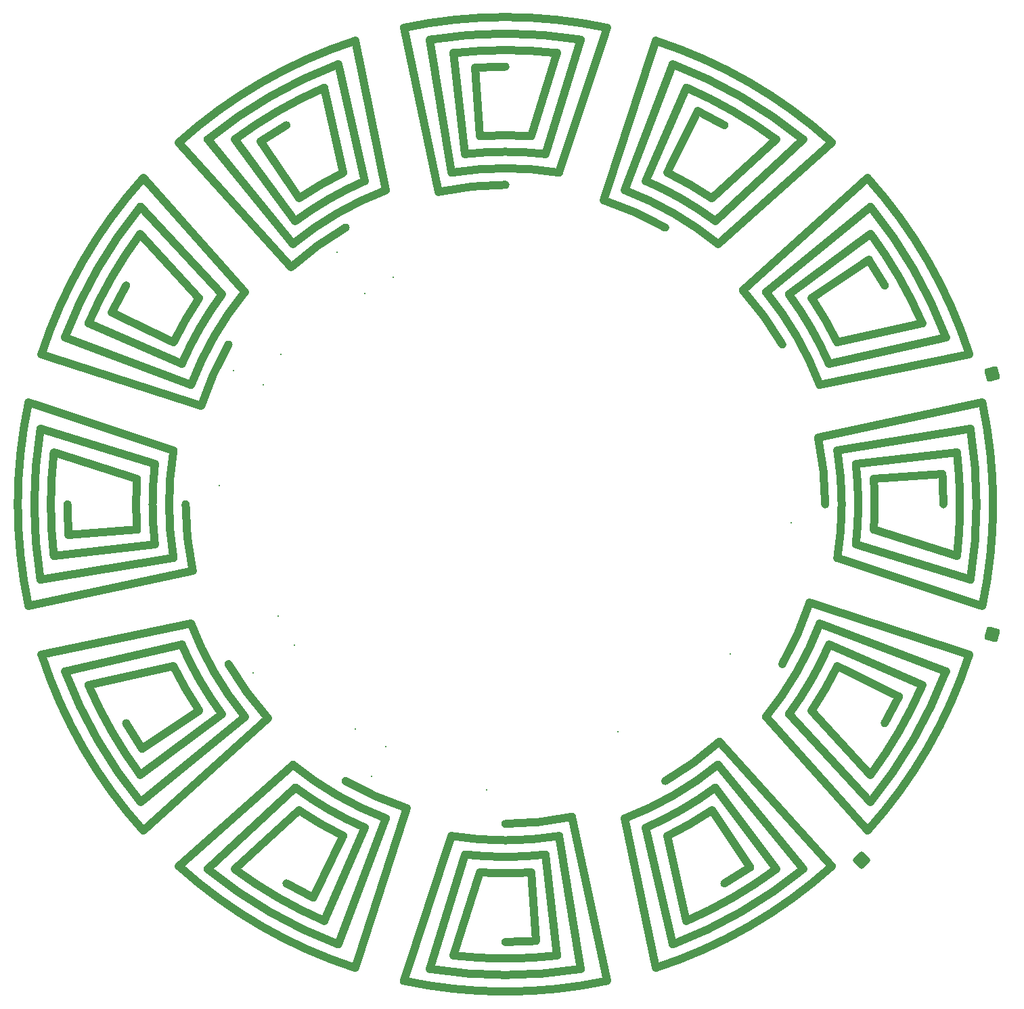
<source format=gbr>
%TF.GenerationSoftware,KiCad,Pcbnew,7.99.0-3356-g00904e8e23*%
%TF.CreationDate,2023-10-26T14:27:13+05:30*%
%TF.ProjectId,kimotor-project,6b696d6f-746f-4722-9d70-726f6a656374,rev?*%
%TF.SameCoordinates,Original*%
%TF.FileFunction,Copper,L4,Inr*%
%TF.FilePolarity,Positive*%
%FSLAX46Y46*%
G04 Gerber Fmt 4.6, Leading zero omitted, Abs format (unit mm)*
G04 Created by KiCad (PCBNEW 7.99.0-3356-g00904e8e23) date 2023-10-26 14:27:13*
%MOMM*%
%LPD*%
G01*
G04 APERTURE LIST*
G04 Aperture macros list*
%AMRoundRect*
0 Rectangle with rounded corners*
0 $1 Rounding radius*
0 $2 $3 $4 $5 $6 $7 $8 $9 X,Y pos of 4 corners*
0 Add a 4 corners polygon primitive as box body*
4,1,4,$2,$3,$4,$5,$6,$7,$8,$9,$2,$3,0*
0 Add four circle primitives for the rounded corners*
1,1,$1+$1,$2,$3*
1,1,$1+$1,$4,$5*
1,1,$1+$1,$6,$7*
1,1,$1+$1,$8,$9*
0 Add four rect primitives between the rounded corners*
20,1,$1+$1,$2,$3,$4,$5,0*
20,1,$1+$1,$4,$5,$6,$7,0*
20,1,$1+$1,$6,$7,$8,$9,0*
20,1,$1+$1,$8,$9,$2,$3,0*%
G04 Aperture macros list end*
%TA.AperFunction,ComponentPad*%
%ADD10RoundRect,0.250000X-0.734847X-0.424264X0.424264X-0.734847X0.734847X0.424264X-0.424264X0.734847X0*%
%TD*%
%TA.AperFunction,ComponentPad*%
%ADD11RoundRect,0.250000X-0.848528X0.000000X0.000000X-0.848528X0.848528X0.000000X0.000000X0.848528X0*%
%TD*%
%TA.AperFunction,ComponentPad*%
%ADD12RoundRect,0.250000X-0.424264X-0.734847X0.734847X-0.424264X0.424264X0.734847X-0.734847X0.424264X0*%
%TD*%
%TA.AperFunction,ViaPad*%
%ADD13C,0.250000*%
%TD*%
%TA.AperFunction,Conductor*%
%ADD14C,1.034000*%
%TD*%
G04 APERTURE END LIST*
D10*
%TO.N,coil*%
%TO.C,T2*%
X60853327Y-16305599D03*
%TD*%
D11*
%TO.N,coil*%
%TO.C,T3*%
X44547727Y-44547727D03*
%TD*%
%TO.N,coil*%
%TO.C,T3*%
X44547727Y-44547727D03*
%TD*%
D12*
%TO.N,coil*%
%TO.C,T1*%
X60853327Y16305599D03*
%TD*%
D10*
%TO.N,coil*%
%TO.C,T2*%
X60853327Y-16305599D03*
%TD*%
D12*
%TO.N,coil*%
%TO.C,T1*%
X60853327Y16305599D03*
%TD*%
D13*
%TO.N,coil*%
X-2345617Y-35787212D03*
X-16776894Y-34020176D03*
X-34020176Y16776894D03*
X-14947588Y-30310711D03*
X35787212Y-2345617D03*
X-18776051Y-28100347D03*
X-14947588Y-30310711D03*
X-21073890Y31539305D03*
X-30310711Y14947588D03*
X-26380867Y-17627132D03*
X-30310711Y14947588D03*
X-21073890Y31539305D03*
X-14032935Y28455978D03*
X-2345617Y-35787212D03*
X14032935Y-28455978D03*
X-35787212Y2345617D03*
X-17627132Y26380867D03*
X-17627132Y26380867D03*
X-28100347Y18776051D03*
X-18776051Y-28100347D03*
X-31539305Y-21073890D03*
X-35787212Y2345617D03*
X-14032935Y28455978D03*
X28100347Y-18776051D03*
X-16776894Y-34020176D03*
X-28100347Y18776051D03*
X-28455978Y-14032935D03*
X14032935Y-28455978D03*
X-34020176Y16776894D03*
X28100347Y-18776051D03*
X-28455978Y-14032935D03*
X-26380867Y-17627132D03*
X35787212Y-2345617D03*
X-31539305Y-21073890D03*
X-47454728Y27397999D03*
X-47454728Y-27398000D03*
X27397999Y47454728D03*
X-27397999Y-47454728D03*
X-54796000Y0D03*
X-27397999Y-47454728D03*
X-54796000Y0D03*
X47454728Y-27397999D03*
X0Y-54796000D03*
X0Y-54796000D03*
X-47454728Y27397999D03*
X47454728Y-27397999D03*
X54796000Y0D03*
X0Y54796000D03*
X-47454728Y-27398000D03*
X47454728Y-27397999D03*
X-27398000Y47454728D03*
X27397999Y47454728D03*
X0Y54796000D03*
X27398000Y-47454728D03*
X54796000Y0D03*
X0Y-54796000D03*
X54796000Y0D03*
X-54796000Y0D03*
X47454728Y27398000D03*
X0Y54796000D03*
X-27398000Y47454728D03*
X-27398000Y47454728D03*
X27398000Y-47454728D03*
X-27397999Y-47454728D03*
X47454728Y27398000D03*
X27397999Y47454728D03*
X-47454728Y27397999D03*
X47454728Y27398000D03*
X-47454728Y-27398000D03*
X27398000Y-47454728D03*
X-34641016Y-20000000D03*
X40000000Y0D03*
X-40000000Y0D03*
X-19999999Y-34641016D03*
X0Y-40000000D03*
X-34641016Y-20000000D03*
X19999999Y34641016D03*
X0Y-40000000D03*
X-34641016Y19999999D03*
X34641016Y-19999999D03*
X0Y40000000D03*
X-34641016Y19999999D03*
X-20000000Y34641016D03*
X-34641016Y19999999D03*
X20000000Y-34641016D03*
X-19999999Y-34641016D03*
X34641016Y-19999999D03*
X19999999Y34641016D03*
X34641016Y-19999999D03*
X40000000Y0D03*
X34641016Y20000000D03*
X0Y40000000D03*
X34641016Y20000000D03*
X40000000Y0D03*
X19999999Y34641016D03*
X-20000000Y34641016D03*
X20000000Y-34641016D03*
X-40000000Y0D03*
X-34641016Y-20000000D03*
X-40000000Y0D03*
X0Y-40000000D03*
X34641016Y20000000D03*
X0Y40000000D03*
X-20000000Y34641016D03*
X20000000Y-34641016D03*
X-19999999Y-34641016D03*
%TD*%
D14*
%TO.N,coil*%
X45656819Y-37261715D02*
X35463812Y-26273645D01*
X40845826Y45305832D02*
X26598890Y32591649D01*
X58170823Y-9441181D02*
X43849385Y-5021738D01*
X56494731Y-6469914D02*
X46093248Y-3197193D01*
X35463812Y26273645D02*
X45690915Y33850475D01*
X-26273645Y35463812D02*
X-33850475Y45690915D01*
X-32591649Y-26598890D02*
X-45656819Y-37261715D01*
X-40485551Y17575739D02*
X-52160829Y22644255D01*
X37261715Y45656819D02*
X26273645Y35463812D01*
X38050124Y-12336451D02*
X58026439Y-18813088D01*
X59658915Y-12720607D02*
X41524642Y-6739490D01*
X-56494731Y6469914D02*
X-46093248Y3197193D01*
X-35463812Y-26273645D02*
X-45690915Y-33850475D01*
X-26598890Y32591649D02*
X-37261715Y45656819D01*
X-39331140Y14925751D02*
X-55098001Y20909108D01*
X-20909108Y55098001D02*
X-17575739Y40485551D01*
X-29708742Y-26784148D02*
X-45305832Y-40845826D01*
X58026439Y18813088D02*
X39331140Y14925751D01*
X-39120600Y-8341382D02*
X-59658915Y-12720607D01*
X41516521Y-20277773D02*
X49236847Y-24048585D01*
X58026439Y18813088D02*
X39331140Y14925751D01*
X20909108Y-55098001D02*
X17575739Y-40485551D01*
X58170823Y-9441181D02*
X43849385Y-5021738D01*
X-43849385Y-5021738D02*
X-56494731Y-6469914D01*
X46093248Y3197193D02*
X54664653Y3791737D01*
X32591649Y26598890D02*
X45656819Y37261715D01*
X18813088Y-58026439D02*
X14925751Y-39331140D01*
X58026439Y18813088D02*
X39331140Y14925751D01*
X8341382Y-39120600D02*
X12720607Y-59658915D01*
X-26598890Y32591649D02*
X-37261715Y45656819D01*
X-25815475Y38319327D02*
X-30616067Y45445109D01*
X-41524642Y-6739490D02*
X-58170823Y-9441181D01*
X-58170823Y9441181D02*
X-43849385Y5021738D01*
X6469914Y56494731D02*
X3197193Y46093248D01*
X40485551Y-17575739D02*
X52160829Y-22644255D01*
X-25815475Y38319327D02*
X-30616067Y45445109D01*
X6739490Y-41524642D02*
X9441181Y-58170823D01*
X-12336451Y-38050124D02*
X-18813088Y-58026439D01*
X-12720607Y-59658915D02*
X-6739490Y-41524642D01*
X33850475Y45690915D02*
X25815475Y38319327D01*
X-41524642Y-6739490D02*
X-58170823Y-9441181D01*
X-6469914Y-56494731D02*
X-3197193Y-46093248D01*
X22644255Y-52160829D02*
X20277773Y-41516521D01*
X-18813088Y58026439D02*
X-14925751Y39331140D01*
X-12720607Y-59658915D02*
X-6739490Y-41524642D01*
X-20909108Y55098001D02*
X-17575739Y40485551D01*
X29708742Y26784148D02*
X45305832Y40845826D01*
X14925751Y39331140D02*
X20909108Y55098001D01*
X-58026439Y-18813088D02*
X-39331140Y-14925751D01*
X-40845826Y-45305832D02*
X-26598890Y-32591649D01*
X29708742Y26784148D02*
X45305832Y40845826D01*
X38319327Y25815475D02*
X45445109Y30616067D01*
X-59658915Y12720607D02*
X-41524642Y6739490D01*
X-33850475Y-45690915D02*
X-25815475Y-38319327D01*
X-6739490Y41524642D02*
X-9441181Y58170823D01*
X-55098001Y-20909108D02*
X-40485551Y-17575739D01*
X-37261715Y-45656819D02*
X-26273645Y-35463812D01*
X-37261715Y-45656819D02*
X-26273645Y-35463812D01*
X-32591649Y-26598890D02*
X-45656819Y-37261715D01*
X-46093248Y-3197193D02*
X-54664653Y-3791737D01*
X-33850475Y-45690915D02*
X-25815475Y-38319327D01*
X-29708742Y-26784148D02*
X-45305832Y-40845826D01*
X52160829Y22644255D02*
X41516521Y20277773D01*
X-38050124Y12336451D02*
X-58026439Y18813088D01*
X-26273645Y35463812D02*
X-33850475Y45690915D01*
X41524642Y6739490D02*
X58170823Y9441181D01*
X17575739Y40485551D02*
X22644255Y52160829D01*
X-45656819Y37261715D02*
X-35463812Y26273645D01*
X6469914Y56494731D02*
X3197193Y46093248D01*
X-59658915Y12720607D02*
X-41524642Y6739490D01*
X-25815475Y38319327D02*
X-30616067Y45445109D01*
X-37261715Y-45656819D02*
X-26273645Y-35463812D01*
X20909108Y-55098001D02*
X17575739Y-40485551D01*
X59658915Y-12720607D02*
X41524642Y-6739490D01*
X-26273645Y35463812D02*
X-33850475Y45690915D01*
X52160829Y22644255D02*
X41516521Y20277773D01*
X3197193Y-46093248D02*
X3791737Y-54664653D01*
X-20277773Y-41516521D02*
X-24048585Y-49236847D01*
X5021738Y-43849385D02*
X6469914Y-56494731D01*
X-18813088Y58026439D02*
X-14925751Y39331140D01*
X-12720607Y-59658915D02*
X-6739490Y-41524642D01*
X-59658915Y12720607D02*
X-41524642Y6739490D01*
X14925751Y39331140D02*
X20909108Y55098001D01*
X-55098001Y-20909108D02*
X-40485551Y-17575739D01*
X-14925751Y-39331140D02*
X-20909108Y-55098001D01*
X40845826Y45305832D02*
X26598890Y32591649D01*
X-26784148Y29708742D02*
X-40845826Y45305832D01*
X-12336451Y-38050124D02*
X-18813088Y-58026439D01*
X5021738Y-43849385D02*
X6469914Y-56494731D01*
X45305832Y-40845826D02*
X32591649Y-26598890D01*
X45690915Y-33850475D02*
X38319327Y-25815475D01*
X-45690915Y33850475D02*
X-38319327Y25815475D01*
X-26784148Y29708742D02*
X-40845826Y45305832D01*
X43849385Y5021738D02*
X56494731Y6469914D01*
X40485551Y-17575739D02*
X52160829Y-22644255D01*
X-26784148Y29708742D02*
X-40845826Y45305832D01*
X-45305832Y40845826D02*
X-32591649Y26598890D01*
X-8341382Y39120600D02*
X-12720607Y59658915D01*
X-14925751Y-39331140D02*
X-20909108Y-55098001D01*
X12720607Y59658915D02*
X6739490Y41524642D01*
X-35463812Y-26273645D02*
X-45690915Y-33850475D01*
X38050124Y-12336451D02*
X58026439Y-18813088D01*
X-20909108Y55098001D02*
X-17575739Y40485551D01*
X-45305832Y40845826D02*
X-32591649Y26598890D01*
X41516521Y-20277773D02*
X49236847Y-24048585D01*
X52160829Y22644255D02*
X41516521Y20277773D01*
X43849385Y5021738D02*
X56494731Y6469914D01*
X39331140Y-14925751D02*
X55098001Y-20909108D01*
X35463812Y26273645D02*
X45690915Y33850475D01*
X37261715Y45656819D02*
X26273645Y35463812D01*
X46093248Y3197193D02*
X54664653Y3791737D01*
X37261715Y45656819D02*
X26273645Y35463812D01*
X-29708742Y-26784148D02*
X-45305832Y-40845826D01*
X12720607Y59658915D02*
X6739490Y41524642D01*
X17575739Y40485551D02*
X22644255Y52160829D01*
X6469914Y56494731D02*
X3197193Y46093248D01*
X-18813088Y58026439D02*
X-14925751Y39331140D01*
X29708742Y26784148D02*
X45305832Y40845826D01*
X39120600Y8341382D02*
X59658915Y12720607D01*
X-6739490Y41524642D02*
X-9441181Y58170823D01*
X25815475Y-38319327D02*
X30616067Y-45445109D01*
X26273645Y-35463812D02*
X33850475Y-45690915D01*
X-12336451Y-38050124D02*
X-18813088Y-58026439D01*
X-40485551Y17575739D02*
X-52160829Y22644255D01*
X-6469914Y-56494731D02*
X-3197193Y-46093248D01*
X26273645Y-35463812D02*
X33850475Y-45690915D01*
X45656819Y-37261715D02*
X35463812Y-26273645D01*
X-5021738Y43849385D02*
X-6469914Y56494731D01*
X46093248Y3197193D02*
X54664653Y3791737D01*
X-52160829Y-22644255D02*
X-41516521Y-20277773D01*
X-58170823Y9441181D02*
X-43849385Y5021738D01*
X-17575739Y-40485551D02*
X-22644255Y-52160829D01*
X-6739490Y41524642D02*
X-9441181Y58170823D01*
X17575739Y40485551D02*
X22644255Y52160829D01*
X-22644255Y52160829D02*
X-20277773Y41516521D01*
X38319327Y25815475D02*
X45445109Y30616067D01*
X-35463812Y-26273645D02*
X-45690915Y-33850475D01*
X-40845826Y-45305832D02*
X-26598890Y-32591649D01*
X32591649Y26598890D02*
X45656819Y37261715D01*
X9441181Y58170823D02*
X5021738Y43849385D01*
X-56494731Y6469914D02*
X-46093248Y3197193D01*
X26598890Y-32591649D02*
X37261715Y-45656819D01*
X9441181Y58170823D02*
X5021738Y43849385D01*
X39120600Y8341382D02*
X59658915Y12720607D01*
X-32591649Y-26598890D02*
X-45656819Y-37261715D01*
X-14925751Y-39331140D02*
X-20909108Y-55098001D01*
X38050124Y-12336451D02*
X58026439Y-18813088D01*
X-43849385Y-5021738D02*
X-56494731Y-6469914D01*
X20909108Y-55098001D02*
X17575739Y-40485551D01*
X-3197193Y46093248D02*
X-3791737Y54664653D01*
X-39120600Y-8341382D02*
X-59658915Y-12720607D01*
X-39331140Y14925751D02*
X-55098001Y20909108D01*
X-55098001Y-20909108D02*
X-40485551Y-17575739D01*
X-56494731Y6469914D02*
X-46093248Y3197193D01*
X55098001Y20909108D02*
X40485551Y17575739D01*
X-45656819Y37261715D02*
X-35463812Y26273645D01*
X8341382Y-39120600D02*
X12720607Y-59658915D01*
X38319327Y25815475D02*
X45445109Y30616067D01*
X45690915Y-33850475D02*
X38319327Y-25815475D01*
X25815475Y-38319327D02*
X30616067Y-45445109D01*
X45656819Y-37261715D02*
X35463812Y-26273645D01*
X18813088Y-58026439D02*
X14925751Y-39331140D01*
X8341382Y-39120600D02*
X12720607Y-59658915D01*
X-39120600Y-8341382D02*
X-59658915Y-12720607D01*
X-6469914Y-56494731D02*
X-3197193Y-46093248D01*
X-58026439Y-18813088D02*
X-39331140Y-14925751D01*
X41524642Y6739490D02*
X58170823Y9441181D01*
X39331140Y-14925751D02*
X55098001Y-20909108D01*
X22644255Y-52160829D02*
X20277773Y-41516521D01*
X5021738Y-43849385D02*
X6469914Y-56494731D01*
X45305832Y-40845826D02*
X32591649Y-26598890D01*
X-58170823Y9441181D02*
X-43849385Y5021738D01*
X-20277773Y-41516521D02*
X-24048585Y-49236847D01*
X35463812Y26273645D02*
X45690915Y33850475D01*
X25815475Y-38319327D02*
X30616067Y-45445109D01*
X-38319327Y-25815475D02*
X-45445109Y-30616067D01*
X-40485551Y17575739D02*
X-52160829Y22644255D01*
X-5021738Y43849385D02*
X-6469914Y56494731D01*
X-39331140Y14925751D02*
X-55098001Y20909108D01*
X-20277773Y-41516521D02*
X-24048585Y-49236847D01*
X-5021738Y43849385D02*
X-6469914Y56494731D01*
X58170823Y-9441181D02*
X43849385Y-5021738D01*
X-41516521Y20277773D02*
X-49236847Y24048585D01*
X-17575739Y-40485551D02*
X-22644255Y-52160829D01*
X-3197193Y46093248D02*
X-3791737Y54664653D01*
X39120600Y8341382D02*
X59658915Y12720607D01*
X12336451Y38050124D02*
X18813088Y58026439D01*
X-9441181Y-58170823D02*
X-5021738Y-43849385D01*
X-38319327Y-25815475D02*
X-45445109Y-30616067D01*
X-9441181Y-58170823D02*
X-5021738Y-43849385D01*
X33850475Y45690915D02*
X25815475Y38319327D01*
X55098001Y20909108D02*
X40485551Y17575739D01*
X3197193Y-46093248D02*
X3791737Y-54664653D01*
X43849385Y5021738D02*
X56494731Y6469914D01*
X22644255Y-52160829D02*
X20277773Y-41516521D01*
X12720607Y59658915D02*
X6739490Y41524642D01*
X59658915Y-12720607D02*
X41524642Y-6739490D01*
X-9441181Y-58170823D02*
X-5021738Y-43849385D01*
X45305832Y-40845826D02*
X32591649Y-26598890D01*
X-3197193Y46093248D02*
X-3791737Y54664653D01*
X-8341382Y39120600D02*
X-12720607Y59658915D01*
X-8341382Y39120600D02*
X-12720607Y59658915D01*
X-41524642Y-6739490D02*
X-58170823Y-9441181D01*
X26273645Y-35463812D02*
X33850475Y-45690915D01*
X-52160829Y-22644255D02*
X-41516521Y-20277773D01*
X14925751Y39331140D02*
X20909108Y55098001D01*
X3197193Y-46093248D02*
X3791737Y-54664653D01*
X56494731Y-6469914D02*
X46093248Y-3197193D01*
X45690915Y-33850475D02*
X38319327Y-25815475D01*
X41524642Y6739490D02*
X58170823Y9441181D01*
X-17575739Y-40485551D02*
X-22644255Y-52160829D01*
X-22644255Y52160829D02*
X-20277773Y41516521D01*
X-38050124Y12336451D02*
X-58026439Y18813088D01*
X12336451Y38050124D02*
X18813088Y58026439D01*
X-22644255Y52160829D02*
X-20277773Y41516521D01*
X33850475Y45690915D02*
X25815475Y38319327D01*
X-46093248Y-3197193D02*
X-54664653Y-3791737D01*
X-40845826Y-45305832D02*
X-26598890Y-32591649D01*
X32591649Y26598890D02*
X45656819Y37261715D01*
X-26598890Y32591649D02*
X-37261715Y45656819D01*
X26784148Y-29708742D02*
X40845826Y-45305832D01*
X-41516521Y20277773D02*
X-49236847Y24048585D01*
X26784148Y-29708742D02*
X40845826Y-45305832D01*
X-46093248Y-3197193D02*
X-54664653Y-3791737D01*
X39331140Y-14925751D02*
X55098001Y-20909108D01*
X55098001Y20909108D02*
X40485551Y17575739D01*
X56494731Y-6469914D02*
X46093248Y-3197193D01*
X20277773Y41516521D02*
X24048585Y49236847D01*
X26598890Y-32591649D02*
X37261715Y-45656819D01*
X40485551Y-17575739D02*
X52160829Y-22644255D01*
X20277773Y41516521D02*
X24048585Y49236847D01*
X40845826Y45305832D02*
X26598890Y32591649D01*
X18813088Y-58026439D02*
X14925751Y-39331140D01*
X-45690915Y33850475D02*
X-38319327Y25815475D01*
X-45690915Y33850475D02*
X-38319327Y25815475D01*
X-38319327Y-25815475D02*
X-45445109Y-30616067D01*
X-45656819Y37261715D02*
X-35463812Y26273645D01*
X6739490Y-41524642D02*
X9441181Y-58170823D01*
X26784148Y-29708742D02*
X40845826Y-45305832D01*
X-33850475Y-45690915D02*
X-25815475Y-38319327D01*
X-43849385Y-5021738D02*
X-56494731Y-6469914D01*
X-52160829Y-22644255D02*
X-41516521Y-20277773D01*
X41516521Y-20277773D02*
X49236847Y-24048585D01*
X26598890Y-32591649D02*
X37261715Y-45656819D01*
X-58026439Y-18813088D02*
X-39331140Y-14925751D01*
X9441181Y58170823D02*
X5021738Y43849385D01*
X-41516521Y20277773D02*
X-49236847Y24048585D01*
X-38050124Y12336451D02*
X-58026439Y18813088D01*
X-45305832Y40845826D02*
X-32591649Y26598890D01*
X20277773Y41516521D02*
X24048585Y49236847D01*
X12336451Y38050124D02*
X18813088Y58026439D01*
X6739490Y-41524642D02*
X9441181Y-58170823D01*
X26273645Y35463811D02*
G75*
G03*
X17575738Y40485550I-26273645J-35463811D01*
G01*
X-34641015Y-20000000D02*
G75*
G03*
X-29708741Y-26784147I34640988J19999985D01*
G01*
X0Y-40000000D02*
G75*
G03*
X8341382Y-39120600I3J39999975D01*
G01*
X0Y40000000D02*
G75*
G03*
X-8341382Y39120600I-3J-39999975D01*
G01*
X-45305832Y-40845826D02*
G75*
G02*
X-58026439Y-18813088I45305824J40845821D01*
G01*
X33850474Y-45690914D02*
G75*
G02*
X22644254Y-52160828I-33850424J45690834D01*
G01*
X19999999Y34641016D02*
G75*
G03*
X12336451Y38050124I-20000002J-34641021D01*
G01*
X-55098001Y20909108D02*
G75*
G02*
X-45656819Y37261715I55097980J-20909096D01*
G01*
X-3791737Y54664652D02*
G75*
G02*
X0Y54795999I3791737J-54664552D01*
G01*
X9441181Y-58170822D02*
G75*
G02*
X-9441181Y-58170822I-9441181J58170772D01*
G01*
X-19999999Y-34641016D02*
G75*
G03*
X-12336451Y-38050124I19999999J34641016D01*
G01*
X45656819Y37261715D02*
G75*
G02*
X55098000Y20909108I-45656769J-37261685D01*
G01*
X20000000Y-34641015D02*
G75*
G03*
X26784148Y-29708742I-20000000J34641015D01*
G01*
X55098001Y-20909108D02*
G75*
G02*
X45656819Y-37261715I-55098001J20909108D01*
G01*
X5021738Y43849384D02*
G75*
G03*
X-5021738Y43849384I-5021738J-43849247D01*
G01*
X-40485550Y-17575739D02*
G75*
G03*
X-35463811Y-26273645I40485447J17575683D01*
G01*
X40485550Y17575739D02*
G75*
G03*
X35463812Y26273645I-40485450J-17575679D01*
G01*
X26273645Y35463811D02*
G75*
G03*
X17575738Y40485550I-26273645J-35463811D01*
G01*
X54664652Y3791737D02*
G75*
G02*
X54795999Y0I-54664552J-3791737D01*
G01*
X-38319327Y25815475D02*
G75*
G03*
X-41516524Y20277774I38319627J-25815675D01*
G01*
X-54664652Y-3791737D02*
G75*
G02*
X-54795999Y0I54664525J3791740D01*
G01*
X35463811Y-26273645D02*
G75*
G03*
X40485550Y-17575738I-35463811J26273645D01*
G01*
X39331139Y14925751D02*
G75*
G03*
X32591649Y26598890I-39331139J-14925751D01*
G01*
X-24048585Y-49236846D02*
G75*
G02*
X-27397999Y-47454727I24048568J49236819D01*
G01*
X-46093248Y3197193D02*
G75*
G03*
X-46093248Y-3197193I46092969J-3197193D01*
G01*
X18813088Y58026438D02*
G75*
G02*
X40845825Y45305831I-18813095J-58026450D01*
G01*
X34641015Y20000000D02*
G75*
G03*
X29708742Y26784148I-34641015J-20000000D01*
G01*
X-58026439Y18813088D02*
G75*
G02*
X-45305832Y40845826I58026439J-18813088D01*
G01*
X20909108Y55098001D02*
G75*
G02*
X37261715Y45656819I-20909108J-55098001D01*
G01*
X-3197193Y-46093248D02*
G75*
G03*
X3197193Y-46093248I3197193J46092969D01*
G01*
X12720607Y-59658915D02*
G75*
G02*
X-12720607Y-59658915I-12720607J59658908D01*
G01*
X58170822Y9441181D02*
G75*
G02*
X58170822Y-9441181I-58170722J-9441181D01*
G01*
X40845826Y-45305832D02*
G75*
G02*
X18813088Y-58026439I-40845826J45305832D01*
G01*
X26598890Y32591649D02*
G75*
G03*
X14925751Y39331140I-26598913J-32591682D01*
G01*
X45305832Y40845826D02*
G75*
G02*
X58026439Y18813088I-45305832J-40845826D01*
G01*
X-20000000Y34641015D02*
G75*
G03*
X-26784147Y29708741I19999985J-34640988D01*
G01*
X0Y-40000000D02*
G75*
G03*
X8341382Y-39120600I3J39999975D01*
G01*
X30616067Y-45445109D02*
G75*
G02*
X27398000Y-47454728I-30615967J45444909D01*
G01*
X41524641Y-6739490D02*
G75*
G03*
X41524641Y6739490I-41524641J6739490D01*
G01*
X43849384Y-5021738D02*
G75*
G03*
X43849384Y5021738I-43849284J5021738D01*
G01*
X20000000Y-34641015D02*
G75*
G03*
X26784148Y-29708742I-20000000J34641015D01*
G01*
X35463811Y-26273645D02*
G75*
G03*
X40485550Y-17575738I-35463811J26273645D01*
G01*
X20277773Y-41516520D02*
G75*
G03*
X25815475Y-38319326I-20277836J41516625D01*
G01*
X14925751Y-39331140D02*
G75*
G03*
X26598890Y-32591649I-14925754J39331139D01*
G01*
X-43849384Y5021738D02*
G75*
G03*
X-43849384Y-5021738I43849247J-5021738D01*
G01*
X-9441181Y58170822D02*
G75*
G02*
X9441181Y58170822I9441181J-58170772D01*
G01*
X45445109Y30616067D02*
G75*
G02*
X47454728Y27398000I-45444909J-30615967D01*
G01*
X22644255Y52160828D02*
G75*
G02*
X33850474Y45690914I-22644255J-52160828D01*
G01*
X54664652Y3791737D02*
G75*
G02*
X54795999Y0I-54664552J-3791737D01*
G01*
X26598890Y32591649D02*
G75*
G03*
X14925751Y39331140I-26598913J-32591682D01*
G01*
X-45656819Y-37261715D02*
G75*
G02*
X-55098001Y-20909108I45656765J37261683D01*
G01*
X40485550Y17575739D02*
G75*
G03*
X35463812Y26273645I-40485450J-17575679D01*
G01*
X12720607Y-59658915D02*
G75*
G02*
X-12720607Y-59658915I-12720607J59658908D01*
G01*
X37261715Y-45656819D02*
G75*
G02*
X20909108Y-55098000I-37261685J45656769D01*
G01*
X41524641Y-6739490D02*
G75*
G03*
X41524641Y6739490I-41524641J6739490D01*
G01*
X-14925751Y39331139D02*
G75*
G03*
X-26598890Y32591649I14925751J-39331139D01*
G01*
X-56494731Y-6469914D02*
G75*
G02*
X-56494731Y6469914I56494625J6469914D01*
G01*
X-20277773Y41516521D02*
G75*
G03*
X-25815472Y38319323I20277873J-41516621D01*
G01*
X-33850475Y45690915D02*
G75*
G02*
X-22644255Y52160829I33850426J-45690831D01*
G01*
X5021738Y43849384D02*
G75*
G03*
X-5021738Y43849384I-5021738J-43849247D01*
G01*
X20909108Y55098001D02*
G75*
G02*
X37261715Y45656819I-20909108J-55098001D01*
G01*
X-34641015Y-20000000D02*
G75*
G03*
X-29708741Y-26784147I34640988J19999985D01*
G01*
X-3791737Y54664652D02*
G75*
G02*
X0Y54795999I3791737J-54664552D01*
G01*
X32591649Y-26598890D02*
G75*
G03*
X39331140Y-14925751I-32591682J26598913D01*
G01*
X49236847Y-24048585D02*
G75*
G02*
X47454728Y-27397999I-49236847J24048585D01*
G01*
X49236847Y-24048585D02*
G75*
G02*
X47454728Y-27397999I-49236847J24048585D01*
G01*
X-52160829Y22644255D02*
G75*
G02*
X-45690915Y33850475I52160811J-22644245D01*
G01*
X-34641016Y19999999D02*
G75*
G03*
X-38050124Y12336451I34641016J-19999999D01*
G01*
X40845826Y-45305832D02*
G75*
G02*
X18813088Y-58026439I-40845826J45305832D01*
G01*
X-5021738Y-43849384D02*
G75*
G03*
X5021738Y-43849384I5021738J43849247D01*
G01*
X-12720607Y59658915D02*
G75*
G02*
X12720607Y59658915I12720607J-59658908D01*
G01*
X22644255Y52160828D02*
G75*
G02*
X33850474Y45690914I-22644255J-52160828D01*
G01*
X-49236846Y24048585D02*
G75*
G02*
X-47454727Y27397999I49236819J-24048568D01*
G01*
X-20909108Y-55098001D02*
G75*
G02*
X-37261715Y-45656819I20909096J55097980D01*
G01*
X45445109Y30616067D02*
G75*
G02*
X47454728Y27398000I-45444909J-30615967D01*
G01*
X-20000000Y34641015D02*
G75*
G03*
X-26784147Y29708741I19999985J-34640988D01*
G01*
X20909108Y55098001D02*
G75*
G02*
X37261715Y45656819I-20909108J-55098001D01*
G01*
X17575739Y-40485550D02*
G75*
G03*
X26273645Y-35463812I-17575679J40485450D01*
G01*
X-25815475Y-38319327D02*
G75*
G03*
X-20277774Y-41516524I25815675J38319627D01*
G01*
X-32591648Y26598889D02*
G75*
G03*
X-39331139Y14925751I32591678J-26598909D01*
G01*
X-12720607Y59658915D02*
G75*
G02*
X12720607Y59658915I12720607J-59658908D01*
G01*
X46093248Y-3197193D02*
G75*
G03*
X46093248Y3197193I-46092948J3197193D01*
G01*
X-3197193Y-46093248D02*
G75*
G03*
X3197193Y-46093248I3197193J46092969D01*
G01*
X30616067Y-45445109D02*
G75*
G02*
X27398000Y-47454728I-30615967J45444909D01*
G01*
X34641016Y-19999999D02*
G75*
G03*
X38050124Y-12336451I-34641021J20000002D01*
G01*
X46093248Y-3197193D02*
G75*
G03*
X46093248Y3197193I-46092948J3197193D01*
G01*
X-22644255Y-52160829D02*
G75*
G02*
X-33850475Y-45690915I22644245J52160811D01*
G01*
X-6739490Y-41524642D02*
G75*
G03*
X6739490Y-41524642I6739490J41524637D01*
G01*
X22644255Y52160828D02*
G75*
G02*
X33850474Y45690914I-22644255J-52160828D01*
G01*
X-25815475Y-38319327D02*
G75*
G03*
X-20277774Y-41516524I25815675J38319627D01*
G01*
X-59658915Y-12720607D02*
G75*
G02*
X-59658915Y12720607I59658908J12720607D01*
G01*
X6739490Y41524642D02*
G75*
G03*
X-6739490Y41524642I-6739490J-41524637D01*
G01*
X39331139Y14925751D02*
G75*
G03*
X32591649Y26598890I-39331139J-14925751D01*
G01*
X45305832Y40845826D02*
G75*
G02*
X58026439Y18813088I-45305832J-40845826D01*
G01*
X-40845826Y45305832D02*
G75*
G02*
X-18813088Y58026439I40845821J-45305824D01*
G01*
X40000000Y0D02*
G75*
G03*
X39120600Y8341382I-40000000J0D01*
G01*
X45690914Y33850474D02*
G75*
G02*
X52160828Y22644254I-45690834J-33850424D01*
G01*
X-26273645Y-35463811D02*
G75*
G03*
X-17575739Y-40485550I26273628J35463775D01*
G01*
X-49236846Y24048585D02*
G75*
G02*
X-47454727Y27397999I49236819J-24048568D01*
G01*
X37261715Y-45656819D02*
G75*
G02*
X20909108Y-55098000I-37261685J45656769D01*
G01*
X25815475Y38319327D02*
G75*
G03*
X20277773Y41516521I-25815642J-38319612D01*
G01*
X-52160829Y22644255D02*
G75*
G02*
X-45690915Y33850475I52160811J-22644245D01*
G01*
X-59658915Y-12720607D02*
G75*
G02*
X-59658915Y12720607I59658908J12720607D01*
G01*
X9441181Y-58170822D02*
G75*
G02*
X-9441181Y-58170822I-9441181J58170772D01*
G01*
X-45690915Y-33850475D02*
G75*
G02*
X-52160829Y-22644255I45690831J33850426D01*
G01*
X-56494731Y-6469914D02*
G75*
G02*
X-56494731Y6469914I56494625J6469914D01*
G01*
X-58170822Y-9441181D02*
G75*
G02*
X-58170822Y9441181I58170772J9441181D01*
G01*
X-6469914Y56494731D02*
G75*
G02*
X6469914Y56494731I6469914J-56494625D01*
G01*
X49236847Y-24048585D02*
G75*
G02*
X47454728Y-27397999I-49236847J24048585D01*
G01*
X-40000000Y0D02*
G75*
G03*
X-39120600Y-8341382I39999975J-3D01*
G01*
X-30616066Y45445108D02*
G75*
G02*
X-27398000Y47454727I30615957J-45444903D01*
G01*
X19999999Y34641016D02*
G75*
G03*
X12336451Y38050124I-20000002J-34641021D01*
G01*
X-26273645Y-35463811D02*
G75*
G03*
X-17575739Y-40485550I26273628J35463775D01*
G01*
X32591649Y-26598890D02*
G75*
G03*
X39331140Y-14925751I-32591682J26598913D01*
G01*
X56494730Y6469914D02*
G75*
G02*
X56494730Y-6469914I-56494630J-6469914D01*
G01*
X-20909108Y-55098001D02*
G75*
G02*
X-37261715Y-45656819I20909096J55097980D01*
G01*
X34641016Y-19999999D02*
G75*
G03*
X38050124Y-12336451I-34641021J20000002D01*
G01*
X17575739Y-40485550D02*
G75*
G03*
X26273645Y-35463812I-17575679J40485450D01*
G01*
X-45305832Y-40845826D02*
G75*
G02*
X-58026439Y-18813088I45305824J40845821D01*
G01*
X38319327Y-25815475D02*
G75*
G03*
X41516521Y-20277773I-38319612J25815642D01*
G01*
X-22644255Y-52160829D02*
G75*
G02*
X-33850475Y-45690915I22644245J52160811D01*
G01*
X-9441181Y58170822D02*
G75*
G02*
X9441181Y58170822I9441181J-58170772D01*
G01*
X38319327Y-25815475D02*
G75*
G03*
X41516521Y-20277773I-38319612J25815642D01*
G01*
X-40000000Y0D02*
G75*
G03*
X-39120600Y-8341382I39999975J-3D01*
G01*
X3791737Y-54664652D02*
G75*
G02*
X0Y-54795999I-3791740J54664525D01*
G01*
X-20909108Y-55098001D02*
G75*
G02*
X-37261715Y-45656819I20909096J55097980D01*
G01*
X58170822Y9441181D02*
G75*
G02*
X58170822Y-9441181I-58170722J-9441181D01*
G01*
X37261715Y-45656819D02*
G75*
G02*
X20909108Y-55098000I-37261685J45656769D01*
G01*
X-35463811Y26273645D02*
G75*
G03*
X-40485550Y17575739I35463775J-26273628D01*
G01*
X-19999999Y-34641016D02*
G75*
G03*
X-12336451Y-38050124I19999999J34641016D01*
G01*
X56494730Y6469914D02*
G75*
G02*
X56494730Y-6469914I-56494630J-6469914D01*
G01*
X6469914Y-56494731D02*
G75*
G02*
X-6469914Y-56494731I-6469914J56494625D01*
G01*
X-33850475Y45690915D02*
G75*
G02*
X-22644255Y52160829I33850426J-45690831D01*
G01*
X41516520Y20277773D02*
G75*
G03*
X38319326Y25815475I-41516625J-20277836D01*
G01*
X34641016Y-19999999D02*
G75*
G03*
X38050124Y-12336451I-34641021J20000002D01*
G01*
X3197193Y46093248D02*
G75*
G03*
X-3197193Y46093248I-3197193J-46092969D01*
G01*
X-5021738Y-43849384D02*
G75*
G03*
X5021738Y-43849384I5021738J43849247D01*
G01*
X-34641016Y19999999D02*
G75*
G03*
X-38050124Y12336451I34641016J-19999999D01*
G01*
X-58170822Y-9441181D02*
G75*
G02*
X-58170822Y9441181I58170772J9441181D01*
G01*
X25815475Y38319327D02*
G75*
G03*
X20277773Y41516521I-25815642J-38319612D01*
G01*
X40845826Y-45305832D02*
G75*
G02*
X18813088Y-58026439I-40845826J45305832D01*
G01*
X45656819Y37261715D02*
G75*
G02*
X55098000Y20909108I-45656769J-37261685D01*
G01*
X0Y40000000D02*
G75*
G03*
X-8341382Y39120600I-3J-39999975D01*
G01*
X35463811Y-26273645D02*
G75*
G03*
X40485550Y-17575738I-35463811J26273645D01*
G01*
X-49236846Y24048585D02*
G75*
G02*
X-47454727Y27397999I49236819J-24048568D01*
G01*
X-18813088Y-58026439D02*
G75*
G02*
X-40845826Y-45305832I18813088J58026439D01*
G01*
X-14925751Y39331139D02*
G75*
G03*
X-26598890Y32591649I14925751J-39331139D01*
G01*
X3197193Y46093248D02*
G75*
G03*
X-3197193Y46093248I-3197193J-46092969D01*
G01*
X-45690915Y-33850475D02*
G75*
G02*
X-52160829Y-22644255I45690831J33850426D01*
G01*
X34641015Y20000000D02*
G75*
G03*
X29708742Y26784148I-34641015J-20000000D01*
G01*
X41524641Y-6739490D02*
G75*
G03*
X41524641Y6739490I-41524641J6739490D01*
G01*
X43849384Y-5021738D02*
G75*
G03*
X43849384Y5021738I-43849284J5021738D01*
G01*
X40000000Y0D02*
G75*
G03*
X39120600Y8341382I-40000000J0D01*
G01*
X39331139Y14925751D02*
G75*
G03*
X32591649Y26598890I-39331139J-14925751D01*
G01*
X-56494731Y-6469914D02*
G75*
G02*
X-56494731Y6469914I56494625J6469914D01*
G01*
X24048585Y49236847D02*
G75*
G02*
X27397999Y47454728I-24048585J-49236847D01*
G01*
X-34641015Y-20000000D02*
G75*
G03*
X-29708741Y-26784147I34640988J19999985D01*
G01*
X-41516521Y-20277773D02*
G75*
G03*
X-38319323Y-25815472I41516621J20277873D01*
G01*
X34641015Y20000000D02*
G75*
G03*
X29708742Y26784148I-34641015J-20000000D01*
G01*
X-35463811Y26273645D02*
G75*
G03*
X-40485550Y17575739I35463775J-26273628D01*
G01*
X-32591648Y26598889D02*
G75*
G03*
X-39331139Y14925751I32591678J-26598909D01*
G01*
X55098001Y-20909108D02*
G75*
G02*
X45656819Y-37261715I-55098001J20909108D01*
G01*
X-41516521Y-20277773D02*
G75*
G03*
X-38319323Y-25815472I41516621J20277873D01*
G01*
X-41524642Y6739490D02*
G75*
G03*
X-41524642Y-6739490I41524637J-6739490D01*
G01*
X20000000Y-34641015D02*
G75*
G03*
X26784148Y-29708742I-20000000J34641015D01*
G01*
X-58026439Y18813088D02*
G75*
G02*
X-45305832Y40845826I58026439J-18813088D01*
G01*
X-55098001Y20909108D02*
G75*
G02*
X-45656819Y37261715I55097980J-20909096D01*
G01*
X-41524642Y6739490D02*
G75*
G03*
X-41524642Y-6739490I41524637J-6739490D01*
G01*
X-17575739Y40485550D02*
G75*
G03*
X-26273645Y35463811I17575683J-40485447D01*
G01*
X-17575739Y40485550D02*
G75*
G03*
X-26273645Y35463811I17575683J-40485447D01*
G01*
X5021738Y43849384D02*
G75*
G03*
X-5021738Y43849384I-5021738J-43849247D01*
G01*
X-58026439Y18813088D02*
G75*
G02*
X-45305832Y40845826I58026439J-18813088D01*
G01*
X20277773Y-41516520D02*
G75*
G03*
X25815475Y-38319326I-20277836J41516625D01*
G01*
X-6469914Y56494731D02*
G75*
G02*
X6469914Y56494731I6469914J-56494625D01*
G01*
X-20000000Y34641015D02*
G75*
G03*
X-26784147Y29708741I19999985J-34640988D01*
G01*
X24048585Y49236847D02*
G75*
G02*
X27397999Y47454728I-24048585J-49236847D01*
G01*
X45690914Y33850474D02*
G75*
G02*
X52160828Y22644254I-45690834J-33850424D01*
G01*
X-41524642Y6739490D02*
G75*
G03*
X-41524642Y-6739490I41524637J-6739490D01*
G01*
X-14925751Y39331139D02*
G75*
G03*
X-26598890Y32591649I14925751J-39331139D01*
G01*
X24048585Y49236847D02*
G75*
G02*
X27397999Y47454728I-24048585J-49236847D01*
G01*
X-54664652Y-3791737D02*
G75*
G02*
X-54795999Y0I54664525J3791740D01*
G01*
X-33850475Y45690915D02*
G75*
G02*
X-22644255Y52160829I33850426J-45690831D01*
G01*
X32591649Y-26598890D02*
G75*
G03*
X39331140Y-14925751I-32591682J26598913D01*
G01*
X43849384Y-5021738D02*
G75*
G03*
X43849384Y5021738I-43849284J5021738D01*
G01*
X56494730Y6469914D02*
G75*
G02*
X56494730Y-6469914I-56494630J-6469914D01*
G01*
X6469914Y-56494731D02*
G75*
G02*
X-6469914Y-56494731I-6469914J56494625D01*
G01*
X-40485550Y-17575739D02*
G75*
G03*
X-35463811Y-26273645I40485447J17575683D01*
G01*
X-46093248Y3197193D02*
G75*
G03*
X-46093248Y-3197193I46092969J-3197193D01*
G01*
X-19999999Y-34641016D02*
G75*
G03*
X-12336451Y-38050124I19999999J34641016D01*
G01*
X52160828Y-22644255D02*
G75*
G02*
X45690914Y-33850474I-52160828J22644255D01*
G01*
X-37261715Y45656819D02*
G75*
G02*
X-20909108Y55098001I37261683J-45656765D01*
G01*
X-20277773Y41516521D02*
G75*
G03*
X-25815472Y38319323I20277873J-41516621D01*
G01*
X14925751Y-39331140D02*
G75*
G03*
X26598890Y-32591649I-14925754J39331139D01*
G01*
X-38319327Y25815475D02*
G75*
G03*
X-41516524Y20277774I38319627J-25815675D01*
G01*
X41516520Y20277773D02*
G75*
G03*
X38319326Y25815475I-41516625J-20277836D01*
G01*
X-45305832Y-40845826D02*
G75*
G02*
X-58026439Y-18813088I45305824J40845821D01*
G01*
X30616067Y-45445109D02*
G75*
G02*
X27398000Y-47454728I-30615967J45444909D01*
G01*
X-30616066Y45445108D02*
G75*
G02*
X-27398000Y47454727I30615957J-45444903D01*
G01*
X45690914Y33850474D02*
G75*
G02*
X52160828Y22644254I-45690834J-33850424D01*
G01*
X54664652Y3791737D02*
G75*
G02*
X54795999Y0I-54664552J-3791737D01*
G01*
X-18813088Y-58026439D02*
G75*
G02*
X-40845826Y-45305832I18813088J58026439D01*
G01*
X-24048585Y-49236846D02*
G75*
G02*
X-27397999Y-47454727I24048568J49236819D01*
G01*
X-26273645Y-35463811D02*
G75*
G03*
X-17575739Y-40485550I26273628J35463775D01*
G01*
X-3197193Y-46093248D02*
G75*
G03*
X3197193Y-46093248I3197193J46092969D01*
G01*
X25815475Y38319327D02*
G75*
G03*
X20277773Y41516521I-25815642J-38319612D01*
G01*
X26598890Y32591649D02*
G75*
G03*
X14925751Y39331140I-26598913J-32591682D01*
G01*
X6469914Y-56494731D02*
G75*
G02*
X-6469914Y-56494731I-6469914J56494625D01*
G01*
X-39331140Y-14925751D02*
G75*
G03*
X-32591649Y-26598890I39331139J14925754D01*
G01*
X52160828Y-22644255D02*
G75*
G02*
X45690914Y-33850474I-52160828J22644255D01*
G01*
X-59658915Y-12720607D02*
G75*
G02*
X-59658915Y12720607I59658908J12720607D01*
G01*
X3791737Y-54664652D02*
G75*
G02*
X0Y-54795999I-3791740J54664525D01*
G01*
X14925751Y-39331140D02*
G75*
G03*
X26598890Y-32591649I-14925754J39331139D01*
G01*
X58026438Y-18813088D02*
G75*
G02*
X45305831Y-40845825I-58026450J18813095D01*
G01*
X33850474Y-45690914D02*
G75*
G02*
X22644254Y-52160828I-33850424J45690834D01*
G01*
X-40845826Y45305832D02*
G75*
G02*
X-18813088Y58026439I40845821J-45305824D01*
G01*
X-5021738Y-43849384D02*
G75*
G03*
X5021738Y-43849384I5021738J43849247D01*
G01*
X-18813088Y-58026439D02*
G75*
G02*
X-40845826Y-45305832I18813088J58026439D01*
G01*
X0Y40000000D02*
G75*
G03*
X-8341382Y39120600I-3J-39999975D01*
G01*
X-52160829Y22644255D02*
G75*
G02*
X-45690915Y33850475I52160811J-22644245D01*
G01*
X46093248Y-3197193D02*
G75*
G03*
X46093248Y3197193I-46092948J3197193D01*
G01*
X-9441181Y58170822D02*
G75*
G02*
X9441181Y58170822I9441181J-58170772D01*
G01*
X-22644255Y-52160829D02*
G75*
G02*
X-33850475Y-45690915I22644245J52160811D01*
G01*
X40000000Y0D02*
G75*
G03*
X39120600Y8341382I-40000000J0D01*
G01*
X-26598889Y-32591648D02*
G75*
G03*
X-14925751Y-39331139I26598909J32591678D01*
G01*
X6739490Y41524642D02*
G75*
G03*
X-6739490Y41524642I-6739490J-41524637D01*
G01*
X59658914Y12720607D02*
G75*
G02*
X59658914Y-12720607I-59658914J-12720607D01*
G01*
X20277773Y-41516520D02*
G75*
G03*
X25815475Y-38319326I-20277836J41516625D01*
G01*
X-43849384Y5021738D02*
G75*
G03*
X-43849384Y-5021738I43849247J-5021738D01*
G01*
X-45445108Y-30616066D02*
G75*
G02*
X-47454727Y-27398000I45444903J30615957D01*
G01*
X-45690915Y-33850475D02*
G75*
G02*
X-52160829Y-22644255I45690831J33850426D01*
G01*
X-38319327Y25815475D02*
G75*
G03*
X-41516524Y20277774I38319627J-25815675D01*
G01*
X-39331140Y-14925751D02*
G75*
G03*
X-32591649Y-26598890I39331139J14925754D01*
G01*
X59658914Y12720607D02*
G75*
G02*
X59658914Y-12720607I-59658914J-12720607D01*
G01*
X3791737Y-54664652D02*
G75*
G02*
X0Y-54795999I-3791740J54664525D01*
G01*
X45656819Y37261715D02*
G75*
G02*
X55098000Y20909108I-45656769J-37261685D01*
G01*
X-12720607Y59658915D02*
G75*
G02*
X12720607Y59658915I12720607J-59658908D01*
G01*
X-3791737Y54664652D02*
G75*
G02*
X0Y54795999I3791737J-54664552D01*
G01*
X45445109Y30616067D02*
G75*
G02*
X47454728Y27398000I-45444909J-30615967D01*
G01*
X-6739490Y-41524642D02*
G75*
G03*
X6739490Y-41524642I6739490J41524637D01*
G01*
X19999999Y34641016D02*
G75*
G03*
X12336451Y38050124I-20000002J-34641021D01*
G01*
X-20277773Y41516521D02*
G75*
G03*
X-25815472Y38319323I20277873J-41516621D01*
G01*
X-6469914Y56494731D02*
G75*
G02*
X6469914Y56494731I6469914J-56494625D01*
G01*
X-45445108Y-30616066D02*
G75*
G02*
X-47454727Y-27398000I45444903J30615957D01*
G01*
X45305832Y40845826D02*
G75*
G02*
X58026439Y18813088I-45305832J-40845826D01*
G01*
X-54664652Y-3791737D02*
G75*
G02*
X-54795999Y0I54664525J3791740D01*
G01*
X55098001Y-20909108D02*
G75*
G02*
X45656819Y-37261715I-55098001J20909108D01*
G01*
X-26598889Y-32591648D02*
G75*
G03*
X-14925751Y-39331139I26598909J32591678D01*
G01*
X-26598889Y-32591648D02*
G75*
G03*
X-14925751Y-39331139I26598909J32591678D01*
G01*
X58170822Y9441181D02*
G75*
G02*
X58170822Y-9441181I-58170722J-9441181D01*
G01*
X38319327Y-25815475D02*
G75*
G03*
X41516521Y-20277773I-38319612J25815642D01*
G01*
X3197193Y46093248D02*
G75*
G03*
X-3197193Y46093248I-3197193J-46092969D01*
G01*
X-30616066Y45445108D02*
G75*
G02*
X-27398000Y47454727I30615957J-45444903D01*
G01*
X-43849384Y5021738D02*
G75*
G03*
X-43849384Y-5021738I43849247J-5021738D01*
G01*
X40485550Y17575739D02*
G75*
G03*
X35463812Y26273645I-40485450J-17575679D01*
G01*
X-45656819Y-37261715D02*
G75*
G02*
X-55098001Y-20909108I45656765J37261683D01*
G01*
X0Y-40000000D02*
G75*
G03*
X8341382Y-39120600I3J39999975D01*
G01*
X-35463811Y26273645D02*
G75*
G03*
X-40485550Y17575739I35463775J-26273628D01*
G01*
X18813088Y58026438D02*
G75*
G02*
X40845825Y45305831I-18813095J-58026450D01*
G01*
X-40000000Y0D02*
G75*
G03*
X-39120600Y-8341382I39999975J-3D01*
G01*
X-6739490Y-41524642D02*
G75*
G03*
X6739490Y-41524642I6739490J41524637D01*
G01*
X-37261715Y45656819D02*
G75*
G02*
X-20909108Y55098001I37261683J-45656765D01*
G01*
X-45445108Y-30616066D02*
G75*
G02*
X-47454727Y-27398000I45444903J30615957D01*
G01*
X-39331140Y-14925751D02*
G75*
G03*
X-32591649Y-26598890I39331139J14925754D01*
G01*
X-58170822Y-9441181D02*
G75*
G02*
X-58170822Y9441181I58170772J9441181D01*
G01*
X-55098001Y20909108D02*
G75*
G02*
X-45656819Y37261715I55097980J-20909096D01*
G01*
X-41516521Y-20277773D02*
G75*
G03*
X-38319323Y-25815472I41516621J20277873D01*
G01*
X-40845826Y45305832D02*
G75*
G02*
X-18813088Y58026439I40845821J-45305824D01*
G01*
X52160828Y-22644255D02*
G75*
G02*
X45690914Y-33850474I-52160828J22644255D01*
G01*
X-32591648Y26598889D02*
G75*
G03*
X-39331139Y14925751I32591678J-26598909D01*
G01*
X58026438Y-18813088D02*
G75*
G02*
X45305831Y-40845825I-58026450J18813095D01*
G01*
X58026438Y-18813088D02*
G75*
G02*
X45305831Y-40845825I-58026450J18813095D01*
G01*
X-45656819Y-37261715D02*
G75*
G02*
X-55098001Y-20909108I45656765J37261683D01*
G01*
X-46093248Y3197193D02*
G75*
G03*
X-46093248Y-3197193I46092969J-3197193D01*
G01*
X-24048585Y-49236846D02*
G75*
G02*
X-27397999Y-47454727I24048568J49236819D01*
G01*
X12720607Y-59658915D02*
G75*
G02*
X-12720607Y-59658915I-12720607J59658908D01*
G01*
X26273645Y35463811D02*
G75*
G03*
X17575738Y40485550I-26273645J-35463811D01*
G01*
X59658914Y12720607D02*
G75*
G02*
X59658914Y-12720607I-59658914J-12720607D01*
G01*
X6739490Y41524642D02*
G75*
G03*
X-6739490Y41524642I-6739490J-41524637D01*
G01*
X33850474Y-45690914D02*
G75*
G02*
X22644254Y-52160828I-33850424J45690834D01*
G01*
X41516520Y20277773D02*
G75*
G03*
X38319326Y25815475I-41516625J-20277836D01*
G01*
X-34641016Y19999999D02*
G75*
G03*
X-38050124Y12336451I34641016J-19999999D01*
G01*
X-40485550Y-17575739D02*
G75*
G03*
X-35463811Y-26273645I40485447J17575683D01*
G01*
X18813088Y58026438D02*
G75*
G02*
X40845825Y45305831I-18813095J-58026450D01*
G01*
X-25815475Y-38319327D02*
G75*
G03*
X-20277774Y-41516524I25815675J38319627D01*
G01*
X9441181Y-58170822D02*
G75*
G02*
X-9441181Y-58170822I-9441181J58170772D01*
G01*
X-37261715Y45656819D02*
G75*
G02*
X-20909108Y55098001I37261683J-45656765D01*
G01*
X17575739Y-40485550D02*
G75*
G03*
X26273645Y-35463812I-17575679J40485450D01*
G01*
X-17575739Y40485550D02*
G75*
G03*
X-26273645Y35463811I17575683J-40485447D01*
G01*
%TD*%
M02*

</source>
